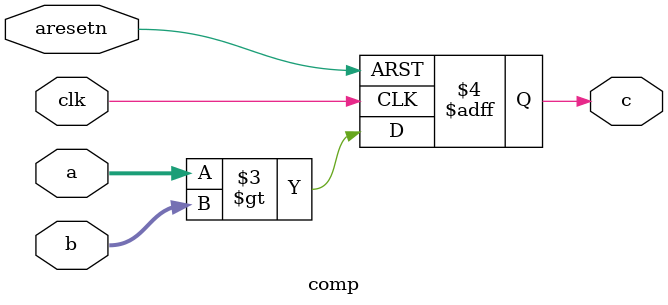
<source format=sv>
module comp (
    input  logic       clk,
    input  logic       aresetn,
    input  logic [7:0] a,
    input  logic [7:0] b,
    output logic       c
);

    always_ff @( posedge clk or negedge aresetn ) begin
        if(!aresetn) c <= 'b0;
        else c <= a > b;
    end

endmodule
</source>
